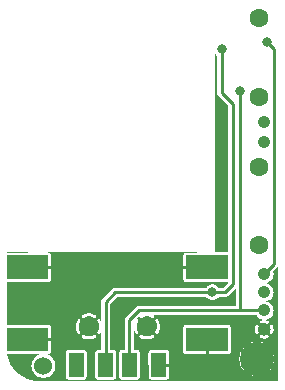
<source format=gbr>
G04 start of page 3 for group 5 idx 5 *
G04 Title: (unknown), bottom *
G04 Creator: pcb 4.2.0 *
G04 CreationDate: Thu Feb 27 09:32:16 2020 UTC *
G04 For: blinken *
G04 Format: Gerber/RS-274X *
G04 PCB-Dimensions (mm): 65.00 56.00 *
G04 PCB-Coordinate-Origin: lower left *
%MOMM*%
%FSLAX43Y43*%
%LNBOTTOM*%
%ADD38C,1.500*%
%ADD37C,1.300*%
%ADD36C,0.965*%
%ADD35C,0.400*%
%ADD34C,0.654*%
%ADD33C,2.500*%
%ADD32C,1.524*%
%ADD31C,0.800*%
%ADD30C,1.054*%
%ADD29C,2.900*%
%ADD28C,1.700*%
%ADD27C,1.600*%
%ADD26C,0.254*%
%ADD25C,0.002*%
G54D25*G36*
X17650Y33450D02*X18300D01*
Y50340D01*
X18315Y50302D01*
X18369Y50214D01*
X18436Y50136D01*
X18514Y50069D01*
X18519Y50066D01*
Y46915D01*
X18518Y46900D01*
X18523Y46840D01*
X18537Y46782D01*
X18559Y46726D01*
X18591Y46675D01*
X18630Y46630D01*
X18641Y46620D01*
X19469Y45792D01*
Y33395D01*
X19440Y33402D01*
X19400Y33404D01*
X17650Y33403D01*
Y33450D01*
G37*
G36*
X23128Y28033D02*X23134Y28040D01*
X23198Y28144D01*
X23245Y28258D01*
X23274Y28377D01*
X23281Y28500D01*
X23274Y28623D01*
X23245Y28742D01*
X23198Y28856D01*
X23134Y28960D01*
X23128Y28967D01*
Y29583D01*
X23134Y29590D01*
X23198Y29694D01*
X23245Y29808D01*
X23274Y29927D01*
X23281Y30050D01*
X23274Y30173D01*
X23245Y30292D01*
X23198Y30406D01*
X23134Y30510D01*
X23128Y30517D01*
Y31133D01*
X23134Y31140D01*
X23198Y31244D01*
X23245Y31358D01*
X23274Y31477D01*
X23281Y31600D01*
X23274Y31723D01*
X23252Y31813D01*
X23609Y32170D01*
X23620Y32180D01*
X23659Y32225D01*
X23659Y32225D01*
X23691Y32276D01*
X23700Y32299D01*
Y22550D01*
X23128D01*
Y23710D01*
X23146Y23740D01*
X23234Y23950D01*
X23287Y24172D01*
X23300Y24400D01*
X23287Y24628D01*
X23234Y24850D01*
X23146Y25060D01*
X23128Y25090D01*
Y26522D01*
X23132Y26523D01*
X23151Y26529D01*
X23169Y26538D01*
X23185Y26550D01*
X23200Y26564D01*
X23211Y26580D01*
X23220Y26598D01*
X23245Y26662D01*
X23263Y26729D01*
X23275Y26797D01*
X23281Y26866D01*
Y26934D01*
X23275Y27003D01*
X23263Y27071D01*
X23245Y27138D01*
X23221Y27202D01*
X23212Y27220D01*
X23200Y27236D01*
X23186Y27251D01*
X23169Y27262D01*
X23152Y27271D01*
X23132Y27277D01*
X23128Y27278D01*
Y28033D01*
G37*
G36*
Y22550D02*X22500D01*
Y23100D01*
X22510Y23104D01*
X22705Y23223D01*
X22879Y23371D01*
X23027Y23545D01*
X23128Y23710D01*
Y22550D01*
G37*
G36*
Y30517D02*X23054Y30604D01*
X22960Y30684D01*
X22856Y30748D01*
X22742Y30795D01*
X22623Y30824D01*
X22607Y30825D01*
X22623Y30826D01*
X22742Y30855D01*
X22856Y30902D01*
X22960Y30966D01*
X23054Y31046D01*
X23128Y31133D01*
Y30517D01*
G37*
G36*
Y28967D02*X23054Y29054D01*
X22960Y29134D01*
X22856Y29198D01*
X22742Y29245D01*
X22623Y29274D01*
X22607Y29275D01*
X22623Y29276D01*
X22742Y29305D01*
X22856Y29352D01*
X22960Y29416D01*
X23054Y29496D01*
X23128Y29583D01*
Y28967D01*
G37*
G36*
X22500Y27717D02*X22623Y27726D01*
X22742Y27755D01*
X22856Y27802D01*
X22960Y27866D01*
X23054Y27946D01*
X23128Y28033D01*
Y27278D01*
X23113Y27280D01*
X23093Y27280D01*
X23073Y27277D01*
X23054Y27271D01*
X23036Y27262D01*
X23020Y27250D01*
X23006Y27236D01*
X22994Y27219D01*
X22985Y27201D01*
X22979Y27182D01*
X22976Y27162D01*
X22976Y27142D01*
X22979Y27122D01*
X22986Y27104D01*
X23002Y27060D01*
X23014Y27015D01*
X23022Y26970D01*
X23026Y26923D01*
Y26877D01*
X23022Y26830D01*
X23014Y26785D01*
X23002Y26740D01*
X22986Y26696D01*
X22979Y26677D01*
X22976Y26658D01*
X22976Y26638D01*
X22979Y26618D01*
X22985Y26599D01*
X22994Y26581D01*
X23006Y26565D01*
X23020Y26551D01*
X23036Y26539D01*
X23054Y26530D01*
X23073Y26523D01*
X23093Y26520D01*
X23113Y26520D01*
X23128Y26522D01*
Y25090D01*
X23027Y25255D01*
X22879Y25429D01*
X22705Y25577D01*
X22510Y25696D01*
X22500Y25700D01*
Y26119D01*
X22534D01*
X22603Y26125D01*
X22671Y26137D01*
X22738Y26155D01*
X22802Y26179D01*
X22820Y26188D01*
X22836Y26200D01*
X22850Y26214D01*
X22862Y26231D01*
X22871Y26248D01*
X22877Y26268D01*
X22880Y26287D01*
X22880Y26307D01*
X22877Y26327D01*
X22871Y26346D01*
X22862Y26364D01*
X22850Y26380D01*
X22836Y26394D01*
X22819Y26406D01*
X22801Y26415D01*
X22782Y26421D01*
X22762Y26424D01*
X22742Y26424D01*
X22722Y26421D01*
X22704Y26414D01*
X22660Y26398D01*
X22615Y26386D01*
X22570Y26378D01*
X22523Y26374D01*
X22500D01*
Y27426D01*
X22523D01*
X22570Y27422D01*
X22615Y27414D01*
X22660Y27402D01*
X22704Y27386D01*
X22723Y27379D01*
X22742Y27376D01*
X22762Y27376D01*
X22782Y27379D01*
X22801Y27385D01*
X22819Y27394D01*
X22835Y27406D01*
X22849Y27420D01*
X22861Y27436D01*
X22870Y27454D01*
X22877Y27473D01*
X22880Y27493D01*
X22880Y27513D01*
X22877Y27532D01*
X22871Y27551D01*
X22862Y27569D01*
X22850Y27585D01*
X22836Y27600D01*
X22820Y27611D01*
X22802Y27620D01*
X22738Y27645D01*
X22671Y27663D01*
X22603Y27675D01*
X22534Y27681D01*
X22500D01*
Y27717D01*
G37*
G36*
Y22550D02*X21848D01*
Y22945D01*
X21850Y22945D01*
X22078Y22963D01*
X22300Y23016D01*
X22500Y23100D01*
Y22550D01*
G37*
G36*
X21848Y28070D02*X21866Y28040D01*
X21946Y27946D01*
X22040Y27866D01*
X22144Y27802D01*
X22258Y27755D01*
X22377Y27726D01*
X22500Y27717D01*
X22500Y27717D01*
Y27681D01*
X22466D01*
X22397Y27675D01*
X22329Y27663D01*
X22262Y27645D01*
X22198Y27621D01*
X22180Y27612D01*
X22164Y27600D01*
X22149Y27586D01*
X22138Y27569D01*
X22129Y27552D01*
X22123Y27532D01*
X22120Y27513D01*
X22120Y27493D01*
X22123Y27473D01*
X22129Y27454D01*
X22138Y27436D01*
X22150Y27420D01*
X22164Y27406D01*
X22181Y27394D01*
X22199Y27385D01*
X22218Y27379D01*
X22238Y27376D01*
X22258Y27376D01*
X22278Y27379D01*
X22296Y27386D01*
X22340Y27402D01*
X22385Y27414D01*
X22430Y27422D01*
X22477Y27426D01*
X22500D01*
Y26374D01*
X22477D01*
X22430Y26378D01*
X22385Y26386D01*
X22340Y26398D01*
X22296Y26414D01*
X22277Y26421D01*
X22258Y26424D01*
X22238Y26424D01*
X22218Y26421D01*
X22199Y26415D01*
X22181Y26406D01*
X22165Y26394D01*
X22151Y26380D01*
X22139Y26364D01*
X22130Y26346D01*
X22123Y26327D01*
X22120Y26307D01*
X22120Y26287D01*
X22123Y26268D01*
X22129Y26249D01*
X22138Y26231D01*
X22150Y26215D01*
X22164Y26200D01*
X22180Y26189D01*
X22198Y26180D01*
X22262Y26155D01*
X22329Y26137D01*
X22397Y26125D01*
X22466Y26119D01*
X22500D01*
Y25700D01*
X22300Y25784D01*
X22078Y25837D01*
X21850Y25855D01*
X21848Y25855D01*
Y26529D01*
X21848Y26529D01*
X21868Y26523D01*
X21887Y26520D01*
X21907Y26520D01*
X21927Y26523D01*
X21946Y26529D01*
X21964Y26538D01*
X21980Y26550D01*
X21994Y26564D01*
X22006Y26581D01*
X22015Y26599D01*
X22021Y26618D01*
X22024Y26638D01*
X22024Y26658D01*
X22021Y26678D01*
X22014Y26696D01*
X21998Y26740D01*
X21986Y26785D01*
X21978Y26830D01*
X21974Y26877D01*
Y26923D01*
X21978Y26970D01*
X21986Y27015D01*
X21998Y27060D01*
X22014Y27104D01*
X22021Y27123D01*
X22024Y27142D01*
X22024Y27162D01*
X22021Y27182D01*
X22015Y27201D01*
X22006Y27219D01*
X21994Y27235D01*
X21980Y27249D01*
X21964Y27261D01*
X21946Y27270D01*
X21927Y27277D01*
X21907Y27280D01*
X21887Y27280D01*
X21868Y27277D01*
X21849Y27271D01*
X21848Y27270D01*
Y28070D01*
G37*
G36*
X17650Y28094D02*X21833D01*
X21848Y28070D01*
Y27270D01*
X21831Y27262D01*
X21815Y27250D01*
X21800Y27236D01*
X21789Y27220D01*
X21780Y27202D01*
X21755Y27138D01*
X21737Y27071D01*
X21725Y27003D01*
X21719Y26934D01*
Y26866D01*
X21725Y26797D01*
X21737Y26729D01*
X21755Y26662D01*
X21779Y26598D01*
X21788Y26580D01*
X21800Y26564D01*
X21814Y26550D01*
X21831Y26538D01*
X21848Y26529D01*
Y25855D01*
X21622Y25837D01*
X21400Y25784D01*
X21190Y25696D01*
X20995Y25577D01*
X20821Y25429D01*
X20673Y25255D01*
X20554Y25060D01*
X20466Y24850D01*
X20413Y24628D01*
X20395Y24400D01*
X20413Y24172D01*
X20466Y23950D01*
X20554Y23740D01*
X20673Y23545D01*
X20821Y23371D01*
X20995Y23223D01*
X21190Y23104D01*
X21400Y23016D01*
X21622Y22963D01*
X21848Y22945D01*
Y22550D01*
X17650D01*
Y24797D01*
X19440Y24798D01*
X19479Y24808D01*
X19516Y24823D01*
X19550Y24844D01*
X19580Y24870D01*
X19606Y24900D01*
X19627Y24934D01*
X19642Y24971D01*
X19652Y25010D01*
X19654Y25050D01*
X19652Y27090D01*
X19642Y27129D01*
X19627Y27166D01*
X19606Y27200D01*
X19580Y27230D01*
X19550Y27256D01*
X19516Y27277D01*
X19479Y27292D01*
X19440Y27302D01*
X19400Y27304D01*
X17650Y27303D01*
Y28094D01*
G37*
G36*
Y29574D02*X17714Y29519D01*
X17802Y29465D01*
X17897Y29426D01*
X17997Y29402D01*
X18100Y29394D01*
X18203Y29402D01*
X18303Y29426D01*
X18398Y29465D01*
X18486Y29519D01*
X18564Y29586D01*
X18631Y29664D01*
X18634Y29669D01*
X19185D01*
X19200Y29668D01*
X19260Y29673D01*
X19260Y29673D01*
X19318Y29687D01*
X19374Y29709D01*
X19425Y29741D01*
X19470Y29780D01*
X19480Y29791D01*
X20069Y30380D01*
Y28906D01*
X17650D01*
Y29574D01*
G37*
G36*
Y30897D02*X19440Y30898D01*
X19469Y30905D01*
Y30858D01*
X19042Y30431D01*
X18634D01*
X18631Y30436D01*
X18564Y30514D01*
X18486Y30581D01*
X18398Y30635D01*
X18303Y30674D01*
X18203Y30698D01*
X18100Y30706D01*
X17997Y30698D01*
X17897Y30674D01*
X17802Y30635D01*
X17714Y30581D01*
X17650Y30526D01*
Y30897D01*
G37*
G36*
X13575Y28119D02*X16209D01*
X16224Y28113D01*
X16286Y28098D01*
X16350Y28094D01*
X17650D01*
Y27303D01*
X15860Y27302D01*
X15821Y27292D01*
X15784Y27277D01*
X15750Y27256D01*
X15720Y27230D01*
X15694Y27200D01*
X15673Y27166D01*
X15658Y27129D01*
X15648Y27090D01*
X15646Y27050D01*
X15648Y25010D01*
X15658Y24971D01*
X15673Y24934D01*
X15694Y24900D01*
X15720Y24870D01*
X15750Y24844D01*
X15784Y24823D01*
X15821Y24808D01*
X15860Y24798D01*
X15900Y24796D01*
X17650Y24797D01*
Y22550D01*
X13575D01*
Y22647D01*
X14240Y22648D01*
X14279Y22658D01*
X14316Y22673D01*
X14350Y22694D01*
X14380Y22720D01*
X14406Y22750D01*
X14427Y22784D01*
X14442Y22821D01*
X14452Y22860D01*
X14454Y22900D01*
X14452Y24940D01*
X14442Y24979D01*
X14427Y25016D01*
X14406Y25050D01*
X14380Y25080D01*
X14350Y25106D01*
X14316Y25127D01*
X14279Y25142D01*
X14240Y25152D01*
X14200Y25154D01*
X13575Y25153D01*
Y26740D01*
X13588Y26771D01*
X13617Y26863D01*
X13638Y26957D01*
X13651Y27053D01*
X13655Y27150D01*
X13651Y27247D01*
X13638Y27343D01*
X13617Y27437D01*
X13588Y27529D01*
X13575Y27560D01*
Y28119D01*
G37*
G36*
Y29669D02*X17566D01*
X17569Y29664D01*
X17636Y29586D01*
X17650Y29574D01*
Y28906D01*
X16350D01*
X16286Y28902D01*
X16224Y28887D01*
X16209Y28881D01*
X13575D01*
Y29669D01*
G37*
G36*
X15646Y33150D02*X15648Y31110D01*
X15658Y31071D01*
X15673Y31034D01*
X15694Y31000D01*
X15720Y30970D01*
X15750Y30944D01*
X15784Y30923D01*
X15821Y30908D01*
X15860Y30898D01*
X15900Y30896D01*
X17650Y30897D01*
Y30526D01*
X17636Y30514D01*
X17569Y30436D01*
X17566Y30431D01*
X13575D01*
Y33450D01*
X17650D01*
Y33403D01*
X15860Y33402D01*
X15821Y33392D01*
X15784Y33377D01*
X15750Y33356D01*
X15720Y33330D01*
X15694Y33300D01*
X15673Y33266D01*
X15658Y33229D01*
X15648Y33190D01*
X15646Y33150D01*
G37*
G36*
X12550Y28000D02*X12624Y27997D01*
X12698Y27987D01*
X12771Y27971D01*
X12842Y27948D01*
X12910Y27920D01*
X12976Y27885D01*
X12994Y27876D01*
X13013Y27871D01*
X13033Y27868D01*
X13053Y27868D01*
X13073Y27872D01*
X13092Y27879D01*
X13109Y27888D01*
X13125Y27900D01*
X13139Y27915D01*
X13150Y27931D01*
X13159Y27949D01*
X13165Y27969D01*
X13167Y27988D01*
X13167Y28008D01*
X13163Y28028D01*
X13157Y28047D01*
X13147Y28064D01*
X13135Y28080D01*
X13120Y28094D01*
X13104Y28105D01*
X13078Y28119D01*
X13575D01*
Y27560D01*
X13551Y27619D01*
X13506Y27704D01*
X13495Y27721D01*
X13481Y27735D01*
X13465Y27748D01*
X13447Y27757D01*
X13428Y27764D01*
X13408Y27768D01*
X13388Y27768D01*
X13368Y27765D01*
X13349Y27760D01*
X13331Y27751D01*
X13314Y27740D01*
X13300Y27726D01*
X13288Y27710D01*
X13278Y27692D01*
X13271Y27673D01*
X13268Y27653D01*
X13267Y27633D01*
X13270Y27613D01*
X13276Y27594D01*
X13285Y27576D01*
X13320Y27510D01*
X13348Y27442D01*
X13371Y27371D01*
X13387Y27298D01*
X13397Y27224D01*
X13400Y27150D01*
X13397Y27076D01*
X13387Y27002D01*
X13371Y26929D01*
X13348Y26858D01*
X13320Y26790D01*
X13285Y26724D01*
X13276Y26706D01*
X13271Y26687D01*
X13268Y26667D01*
X13268Y26647D01*
X13272Y26627D01*
X13279Y26608D01*
X13288Y26591D01*
X13300Y26575D01*
X13315Y26561D01*
X13331Y26550D01*
X13349Y26541D01*
X13369Y26535D01*
X13388Y26533D01*
X13408Y26533D01*
X13428Y26537D01*
X13447Y26543D01*
X13464Y26553D01*
X13480Y26565D01*
X13494Y26580D01*
X13505Y26596D01*
X13551Y26681D01*
X13575Y26740D01*
Y25153D01*
X12910Y25152D01*
X12871Y25142D01*
X12834Y25127D01*
X12800Y25106D01*
X12770Y25080D01*
X12744Y25050D01*
X12723Y25016D01*
X12708Y24979D01*
X12698Y24940D01*
X12696Y24900D01*
X12698Y22860D01*
X12708Y22821D01*
X12723Y22784D01*
X12744Y22750D01*
X12770Y22720D01*
X12800Y22694D01*
X12834Y22673D01*
X12871Y22658D01*
X12910Y22648D01*
X12950Y22646D01*
X13575Y22647D01*
Y22550D01*
X12550D01*
Y26045D01*
X12647Y26049D01*
X12743Y26062D01*
X12837Y26083D01*
X12929Y26112D01*
X13019Y26149D01*
X13104Y26194D01*
X13121Y26205D01*
X13135Y26219D01*
X13148Y26235D01*
X13157Y26253D01*
X13164Y26272D01*
X13168Y26292D01*
X13168Y26312D01*
X13165Y26332D01*
X13160Y26351D01*
X13151Y26369D01*
X13140Y26386D01*
X13126Y26400D01*
X13110Y26412D01*
X13092Y26422D01*
X13073Y26429D01*
X13053Y26432D01*
X13033Y26433D01*
X13013Y26430D01*
X12994Y26424D01*
X12976Y26415D01*
X12910Y26380D01*
X12842Y26352D01*
X12771Y26329D01*
X12698Y26313D01*
X12624Y26303D01*
X12550Y26300D01*
Y28000D01*
G37*
G36*
Y29669D02*X13575D01*
Y28881D01*
X12550D01*
Y29669D01*
G37*
G36*
X13575Y30431D02*X12550D01*
Y33450D01*
X13575D01*
Y30431D01*
G37*
G36*
X12550D02*X9915D01*
X9900Y30432D01*
X9840Y30427D01*
X9782Y30413D01*
X9726Y30391D01*
X9675Y30359D01*
X9675Y30359D01*
X9630Y30320D01*
X9620Y30309D01*
X8816Y29505D01*
X8805Y29495D01*
X8766Y29450D01*
X8734Y29399D01*
X8712Y29343D01*
X8698Y29285D01*
X8698Y29285D01*
X8693Y29225D01*
X8694Y29210D01*
Y27510D01*
X8688Y27529D01*
X8651Y27619D01*
X8606Y27704D01*
X8595Y27721D01*
X8581Y27735D01*
X8565Y27748D01*
X8547Y27757D01*
X8528Y27764D01*
X8508Y27768D01*
X8488Y27768D01*
X8468Y27765D01*
X8449Y27760D01*
X8431Y27751D01*
X8414Y27740D01*
X8400Y27726D01*
X8388Y27710D01*
X8378Y27692D01*
X8371Y27673D01*
X8368Y27653D01*
X8367Y27633D01*
X8370Y27613D01*
X8376Y27594D01*
X8385Y27576D01*
X8420Y27510D01*
X8448Y27442D01*
X8471Y27371D01*
X8487Y27298D01*
X8497Y27224D01*
X8500Y27150D01*
X8497Y27076D01*
X8487Y27002D01*
X8471Y26929D01*
X8448Y26858D01*
X8420Y26790D01*
X8385Y26724D01*
X8376Y26706D01*
X8371Y26687D01*
X8368Y26667D01*
X8368Y26647D01*
X8372Y26627D01*
X8379Y26608D01*
X8388Y26591D01*
X8400Y26575D01*
X8415Y26561D01*
X8431Y26550D01*
X8449Y26541D01*
X8469Y26535D01*
X8488Y26533D01*
X8508Y26533D01*
X8528Y26537D01*
X8547Y26543D01*
X8564Y26553D01*
X8580Y26565D01*
X8594Y26580D01*
X8605Y26596D01*
X8651Y26681D01*
X8688Y26771D01*
X8694Y26790D01*
Y25152D01*
X8410Y25152D01*
X8371Y25142D01*
X8334Y25127D01*
X8300Y25106D01*
X8270Y25080D01*
X8244Y25050D01*
X8223Y25016D01*
X8208Y24979D01*
X8198Y24940D01*
X8196Y24900D01*
X8198Y22860D01*
X8208Y22821D01*
X8223Y22784D01*
X8244Y22750D01*
X8270Y22720D01*
X8300Y22694D01*
X8334Y22673D01*
X8371Y22658D01*
X8410Y22648D01*
X8450Y22646D01*
X9740Y22648D01*
X9779Y22658D01*
X9816Y22673D01*
X9850Y22694D01*
X9880Y22720D01*
X9906Y22750D01*
X9927Y22784D01*
X9942Y22821D01*
X9952Y22860D01*
X9954Y22900D01*
X9952Y24940D01*
X9942Y24979D01*
X9927Y25016D01*
X9906Y25050D01*
X9880Y25080D01*
X9850Y25106D01*
X9816Y25127D01*
X9779Y25142D01*
X9740Y25152D01*
X9700Y25154D01*
X9456Y25154D01*
Y29067D01*
X10058Y29669D01*
X12550D01*
Y28881D01*
X11915D01*
X11900Y28882D01*
X11840Y28877D01*
X11782Y28863D01*
X11726Y28841D01*
X11675Y28809D01*
X11675Y28809D01*
X11630Y28770D01*
X11620Y28759D01*
X10816Y27955D01*
X10805Y27945D01*
X10766Y27900D01*
X10734Y27849D01*
X10712Y27793D01*
X10698Y27735D01*
X10698Y27735D01*
X10693Y27675D01*
X10694Y27660D01*
Y25152D01*
X10410Y25152D01*
X10371Y25142D01*
X10334Y25127D01*
X10300Y25106D01*
X10270Y25080D01*
X10244Y25050D01*
X10223Y25016D01*
X10208Y24979D01*
X10198Y24940D01*
X10196Y24900D01*
X10198Y22860D01*
X10208Y22821D01*
X10223Y22784D01*
X10244Y22750D01*
X10270Y22720D01*
X10300Y22694D01*
X10334Y22673D01*
X10371Y22658D01*
X10410Y22648D01*
X10450Y22646D01*
X11740Y22648D01*
X11779Y22658D01*
X11816Y22673D01*
X11850Y22694D01*
X11880Y22720D01*
X11906Y22750D01*
X11927Y22784D01*
X11942Y22821D01*
X11952Y22860D01*
X11954Y22900D01*
X11952Y24940D01*
X11942Y24979D01*
X11927Y25016D01*
X11906Y25050D01*
X11880Y25080D01*
X11850Y25106D01*
X11816Y25127D01*
X11779Y25142D01*
X11740Y25152D01*
X11700Y25154D01*
X11456Y25154D01*
Y27002D01*
X11462Y26957D01*
X11483Y26863D01*
X11512Y26771D01*
X11549Y26681D01*
X11594Y26596D01*
X11605Y26579D01*
X11619Y26565D01*
X11635Y26552D01*
X11653Y26543D01*
X11672Y26536D01*
X11692Y26532D01*
X11712Y26532D01*
X11732Y26535D01*
X11751Y26540D01*
X11769Y26549D01*
X11786Y26560D01*
X11800Y26574D01*
X11812Y26590D01*
X11822Y26608D01*
X11829Y26627D01*
X11832Y26647D01*
X11833Y26667D01*
X11830Y26687D01*
X11824Y26706D01*
X11815Y26724D01*
X11780Y26790D01*
X11752Y26858D01*
X11729Y26929D01*
X11713Y27002D01*
X11703Y27076D01*
X11700Y27150D01*
X11703Y27224D01*
X11713Y27298D01*
X11729Y27371D01*
X11752Y27442D01*
X11780Y27510D01*
X11815Y27576D01*
X11824Y27594D01*
X11829Y27613D01*
X11832Y27633D01*
X11832Y27653D01*
X11828Y27673D01*
X11821Y27692D01*
X11812Y27709D01*
X11800Y27725D01*
X11785Y27739D01*
X11769Y27750D01*
X11751Y27759D01*
X11731Y27765D01*
X11712Y27767D01*
X11706Y27767D01*
X11932Y27993D01*
X11932Y27988D01*
X11935Y27968D01*
X11940Y27949D01*
X11949Y27931D01*
X11960Y27914D01*
X11974Y27900D01*
X11990Y27888D01*
X12008Y27878D01*
X12027Y27871D01*
X12047Y27868D01*
X12067Y27867D01*
X12087Y27870D01*
X12106Y27876D01*
X12124Y27885D01*
X12190Y27920D01*
X12258Y27948D01*
X12329Y27971D01*
X12402Y27987D01*
X12476Y27997D01*
X12550Y28000D01*
X12550Y28000D01*
Y26300D01*
X12550Y26300D01*
X12476Y26303D01*
X12402Y26313D01*
X12329Y26329D01*
X12258Y26352D01*
X12190Y26380D01*
X12124Y26415D01*
X12106Y26424D01*
X12087Y26429D01*
X12067Y26432D01*
X12047Y26432D01*
X12027Y26428D01*
X12008Y26421D01*
X11991Y26412D01*
X11975Y26400D01*
X11961Y26385D01*
X11950Y26369D01*
X11941Y26351D01*
X11935Y26331D01*
X11933Y26312D01*
X11933Y26292D01*
X11937Y26272D01*
X11943Y26253D01*
X11953Y26236D01*
X11965Y26220D01*
X11980Y26206D01*
X11996Y26195D01*
X12081Y26149D01*
X12171Y26112D01*
X12263Y26083D01*
X12357Y26062D01*
X12453Y26049D01*
X12550Y26045D01*
X12550Y26045D01*
Y22550D01*
X7650D01*
Y26045D01*
X7747Y26049D01*
X7843Y26062D01*
X7937Y26083D01*
X8029Y26112D01*
X8119Y26149D01*
X8204Y26194D01*
X8221Y26205D01*
X8235Y26219D01*
X8248Y26235D01*
X8257Y26253D01*
X8264Y26272D01*
X8268Y26292D01*
X8268Y26312D01*
X8265Y26332D01*
X8260Y26351D01*
X8251Y26369D01*
X8240Y26386D01*
X8226Y26400D01*
X8210Y26412D01*
X8192Y26422D01*
X8173Y26429D01*
X8153Y26432D01*
X8133Y26433D01*
X8113Y26430D01*
X8094Y26424D01*
X8076Y26415D01*
X8010Y26380D01*
X7942Y26352D01*
X7871Y26329D01*
X7798Y26313D01*
X7724Y26303D01*
X7650Y26300D01*
Y28000D01*
X7724Y27997D01*
X7798Y27987D01*
X7871Y27971D01*
X7942Y27948D01*
X8010Y27920D01*
X8076Y27885D01*
X8094Y27876D01*
X8113Y27871D01*
X8133Y27868D01*
X8153Y27868D01*
X8173Y27872D01*
X8192Y27879D01*
X8209Y27888D01*
X8225Y27900D01*
X8239Y27915D01*
X8250Y27931D01*
X8259Y27949D01*
X8265Y27969D01*
X8267Y27988D01*
X8267Y28008D01*
X8263Y28028D01*
X8257Y28047D01*
X8247Y28064D01*
X8235Y28080D01*
X8220Y28094D01*
X8204Y28105D01*
X8119Y28151D01*
X8029Y28188D01*
X7937Y28217D01*
X7843Y28238D01*
X7747Y28251D01*
X7650Y28255D01*
Y33450D01*
X12550D01*
Y30431D01*
G37*
G36*
X7650Y22550D02*X6575D01*
Y22647D01*
X7240Y22648D01*
X7279Y22658D01*
X7316Y22673D01*
X7350Y22694D01*
X7380Y22720D01*
X7406Y22750D01*
X7427Y22784D01*
X7442Y22821D01*
X7452Y22860D01*
X7454Y22900D01*
X7452Y24940D01*
X7442Y24979D01*
X7427Y25016D01*
X7406Y25050D01*
X7380Y25080D01*
X7350Y25106D01*
X7316Y25127D01*
X7279Y25142D01*
X7240Y25152D01*
X7200Y25154D01*
X6575Y25153D01*
Y26898D01*
X6583Y26863D01*
X6612Y26771D01*
X6649Y26681D01*
X6694Y26596D01*
X6705Y26579D01*
X6719Y26565D01*
X6735Y26552D01*
X6753Y26543D01*
X6772Y26536D01*
X6792Y26532D01*
X6812Y26532D01*
X6832Y26535D01*
X6851Y26540D01*
X6869Y26549D01*
X6886Y26560D01*
X6900Y26574D01*
X6912Y26590D01*
X6922Y26608D01*
X6929Y26627D01*
X6932Y26647D01*
X6933Y26667D01*
X6930Y26687D01*
X6924Y26706D01*
X6915Y26724D01*
X6880Y26790D01*
X6852Y26858D01*
X6829Y26929D01*
X6813Y27002D01*
X6803Y27076D01*
X6800Y27150D01*
X6803Y27224D01*
X6813Y27298D01*
X6829Y27371D01*
X6852Y27442D01*
X6880Y27510D01*
X6915Y27576D01*
X6924Y27594D01*
X6929Y27613D01*
X6932Y27633D01*
X6932Y27653D01*
X6928Y27673D01*
X6921Y27692D01*
X6912Y27709D01*
X6900Y27725D01*
X6885Y27739D01*
X6869Y27750D01*
X6851Y27759D01*
X6831Y27765D01*
X6812Y27767D01*
X6792Y27767D01*
X6772Y27763D01*
X6753Y27757D01*
X6736Y27747D01*
X6720Y27735D01*
X6706Y27720D01*
X6695Y27704D01*
X6649Y27619D01*
X6612Y27529D01*
X6583Y27437D01*
X6575Y27402D01*
Y33450D01*
X7650D01*
Y28255D01*
X7650Y28255D01*
X7553Y28251D01*
X7457Y28238D01*
X7363Y28217D01*
X7271Y28188D01*
X7181Y28151D01*
X7096Y28106D01*
X7079Y28095D01*
X7065Y28081D01*
X7052Y28065D01*
X7043Y28047D01*
X7036Y28028D01*
X7032Y28008D01*
X7032Y27988D01*
X7035Y27968D01*
X7040Y27949D01*
X7049Y27931D01*
X7060Y27914D01*
X7074Y27900D01*
X7090Y27888D01*
X7108Y27878D01*
X7127Y27871D01*
X7147Y27868D01*
X7167Y27867D01*
X7187Y27870D01*
X7206Y27876D01*
X7224Y27885D01*
X7290Y27920D01*
X7358Y27948D01*
X7429Y27971D01*
X7502Y27987D01*
X7576Y27997D01*
X7650Y28000D01*
X7650Y28000D01*
Y26300D01*
X7650Y26300D01*
X7576Y26303D01*
X7502Y26313D01*
X7429Y26329D01*
X7358Y26352D01*
X7290Y26380D01*
X7224Y26415D01*
X7206Y26424D01*
X7187Y26429D01*
X7167Y26432D01*
X7147Y26432D01*
X7127Y26428D01*
X7108Y26421D01*
X7091Y26412D01*
X7075Y26400D01*
X7061Y26385D01*
X7050Y26369D01*
X7041Y26351D01*
X7035Y26331D01*
X7033Y26312D01*
X7033Y26292D01*
X7037Y26272D01*
X7043Y26253D01*
X7053Y26236D01*
X7065Y26220D01*
X7080Y26206D01*
X7096Y26195D01*
X7181Y26149D01*
X7271Y26112D01*
X7363Y26083D01*
X7457Y26062D01*
X7553Y26049D01*
X7650Y26045D01*
X7650Y26045D01*
Y22550D01*
G37*
G36*
X6575D02*X3100D01*
X2400Y22700D01*
X1500Y23250D01*
X950Y24000D01*
X729Y24796D01*
X3605Y24798D01*
X3485Y24769D01*
X3337Y24708D01*
X3201Y24624D01*
X3079Y24521D01*
X2976Y24399D01*
X2892Y24263D01*
X2831Y24115D01*
X2793Y23959D01*
X2781Y23800D01*
X2793Y23641D01*
X2831Y23485D01*
X2892Y23337D01*
X2976Y23201D01*
X3079Y23079D01*
X3201Y22976D01*
X3337Y22892D01*
X3485Y22831D01*
X3641Y22793D01*
X3800Y22781D01*
X3959Y22793D01*
X4115Y22831D01*
X4263Y22892D01*
X4399Y22976D01*
X4521Y23079D01*
X4624Y23201D01*
X4708Y23337D01*
X4769Y23485D01*
X4807Y23641D01*
X4816Y23800D01*
X4807Y23959D01*
X4769Y24115D01*
X4708Y24263D01*
X4624Y24399D01*
X4521Y24521D01*
X4399Y24624D01*
X4263Y24708D01*
X4115Y24769D01*
X3994Y24798D01*
X4240Y24798D01*
X4279Y24808D01*
X4316Y24823D01*
X4350Y24844D01*
X4380Y24870D01*
X4406Y24900D01*
X4427Y24934D01*
X4442Y24971D01*
X4452Y25010D01*
X4454Y25050D01*
X4452Y27090D01*
X4442Y27129D01*
X4427Y27166D01*
X4406Y27200D01*
X4380Y27230D01*
X4350Y27256D01*
X4316Y27277D01*
X4279Y27292D01*
X4240Y27302D01*
X4200Y27304D01*
X700Y27302D01*
Y30896D01*
X4240Y30898D01*
X4279Y30908D01*
X4316Y30923D01*
X4350Y30944D01*
X4380Y30970D01*
X4406Y31000D01*
X4427Y31034D01*
X4442Y31071D01*
X4452Y31110D01*
X4454Y31150D01*
X4452Y33190D01*
X4442Y33229D01*
X4427Y33266D01*
X4406Y33300D01*
X4380Y33330D01*
X4350Y33356D01*
X4316Y33377D01*
X4279Y33392D01*
X4240Y33402D01*
X4200Y33404D01*
X700Y33402D01*
Y33450D01*
X6575D01*
Y27402D01*
X6562Y27343D01*
X6549Y27247D01*
X6545Y27150D01*
X6549Y27053D01*
X6562Y26957D01*
X6575Y26898D01*
Y25153D01*
X5910Y25152D01*
X5871Y25142D01*
X5834Y25127D01*
X5800Y25106D01*
X5770Y25080D01*
X5744Y25050D01*
X5723Y25016D01*
X5708Y24979D01*
X5698Y24940D01*
X5696Y24900D01*
X5698Y22860D01*
X5708Y22821D01*
X5723Y22784D01*
X5744Y22750D01*
X5770Y22720D01*
X5800Y22694D01*
X5834Y22673D01*
X5871Y22658D01*
X5910Y22648D01*
X5950Y22646D01*
X6575Y22647D01*
Y22550D01*
G37*
G54D26*X9075Y23900D02*Y29225D01*
X9900Y30050D01*
X11075Y23900D02*Y27675D01*
X11900Y28500D01*
X12800Y30050D02*X18100D01*
X9900D02*X12900D01*
X11900Y28500D02*X16550D01*
X13575Y23900D02*X14700D01*
X17650Y26050D02*Y24600D01*
X2450Y32150D02*X4800D01*
X2450Y26050D02*X4800D01*
X22500Y31600D02*X23350Y32450D01*
X16350Y28500D02*X22500D01*
X18150Y30050D02*X19200D01*
X19850Y30700D01*
X23350Y32450D02*Y50650D01*
X22750Y51250D01*
X20450Y28500D02*Y47050D01*
X19850Y30700D02*Y45950D01*
X18900Y46900D01*
Y50600D01*
X17650Y32150D02*X15600D01*
G54D27*X22050Y34000D03*
Y40650D03*
Y46600D03*
Y53250D03*
G54D28*X12550Y27150D03*
X7650D03*
G54D25*G36*
X15900Y33150D02*Y31150D01*
X19400D01*
Y33150D01*
X15900D01*
G37*
G36*
X11700Y24900D02*X10450D01*
Y22900D01*
X11700D01*
Y24900D01*
G37*
G36*
X14200D02*X12950D01*
Y22900D01*
X14200D01*
Y24900D01*
G37*
G36*
X15900Y27050D02*Y25050D01*
X19400D01*
Y27050D01*
X15900D01*
G37*
G36*
X9700Y24900D02*X8450D01*
Y22900D01*
X9700D01*
Y24900D01*
G37*
G36*
X7200D02*X5950D01*
Y22900D01*
X7200D01*
Y24900D01*
G37*
G36*
X700Y33150D02*Y31150D01*
X4200D01*
Y33150D01*
X700D01*
G37*
G36*
Y27050D02*Y25050D01*
X4200D01*
Y27050D01*
X700D01*
G37*
G54D29*X21850Y24400D03*
G54D30*X22500Y26900D03*
Y28500D03*
Y30050D03*
Y31600D03*
G54D31*X18100Y30050D03*
G54D32*X3800Y23800D03*
G54D31*X22750Y51250D03*
G54D30*X22500Y42800D03*
Y44450D03*
G54D31*X18900Y50600D03*
X20450Y47050D03*
X6575Y23900D03*
G54D33*G54D34*G54D35*G54D36*G54D35*G54D34*G54D35*G54D37*G54D38*M02*

</source>
